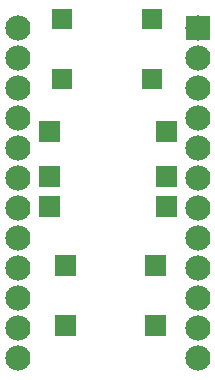
<source format=gbs>
G04 MADE WITH FRITZING*
G04 WWW.FRITZING.ORG*
G04 DOUBLE SIDED*
G04 HOLES PLATED*
G04 CONTOUR ON CENTER OF CONTOUR VECTOR*
%ASAXBY*%
%FSLAX23Y23*%
%MOIN*%
%OFA0B0*%
%SFA1.0B1.0*%
%ADD10C,0.069370*%
%ADD11C,0.084000*%
%ADD12R,0.084000X0.084000*%
%ADD13R,0.001000X0.001000*%
%LNMASK0*%
G90*
G70*
G54D10*
X169Y570D03*
X169Y669D03*
X169Y819D03*
X558Y819D03*
X558Y669D03*
X558Y570D03*
G54D11*
X63Y1165D03*
X63Y1065D03*
X63Y965D03*
X63Y865D03*
X63Y765D03*
X63Y665D03*
X63Y565D03*
X63Y465D03*
X63Y365D03*
X63Y265D03*
X63Y165D03*
X63Y65D03*
X663Y65D03*
X663Y165D03*
X663Y265D03*
X663Y365D03*
X663Y465D03*
X663Y565D03*
X663Y665D03*
X663Y765D03*
X663Y865D03*
X663Y965D03*
X663Y1065D03*
X663Y1165D03*
X63Y1165D03*
X63Y1065D03*
X63Y965D03*
X63Y865D03*
X63Y765D03*
X63Y665D03*
X63Y565D03*
X63Y465D03*
X63Y365D03*
X63Y265D03*
X63Y165D03*
X63Y65D03*
X663Y65D03*
X663Y165D03*
X663Y265D03*
X663Y365D03*
X663Y465D03*
X663Y565D03*
X663Y665D03*
X663Y765D03*
X663Y865D03*
X663Y965D03*
X663Y1065D03*
X663Y1165D03*
G54D10*
X222Y373D03*
X522Y373D03*
X222Y173D03*
X522Y173D03*
X211Y1195D03*
X511Y1195D03*
X211Y995D03*
X511Y995D03*
G54D12*
X663Y1165D03*
X663Y1165D03*
G54D13*
X177Y1230D02*
X245Y1230D01*
X477Y1230D02*
X545Y1230D01*
X177Y1229D02*
X245Y1229D01*
X477Y1229D02*
X545Y1229D01*
X177Y1228D02*
X245Y1228D01*
X477Y1228D02*
X545Y1228D01*
X177Y1227D02*
X245Y1227D01*
X477Y1227D02*
X545Y1227D01*
X177Y1226D02*
X245Y1226D01*
X477Y1226D02*
X545Y1226D01*
X177Y1225D02*
X245Y1225D01*
X477Y1225D02*
X545Y1225D01*
X177Y1224D02*
X245Y1224D01*
X477Y1224D02*
X545Y1224D01*
X177Y1223D02*
X245Y1223D01*
X477Y1223D02*
X545Y1223D01*
X177Y1222D02*
X245Y1222D01*
X477Y1222D02*
X545Y1222D01*
X177Y1221D02*
X245Y1221D01*
X477Y1221D02*
X545Y1221D01*
X177Y1220D02*
X245Y1220D01*
X477Y1220D02*
X545Y1220D01*
X177Y1219D02*
X245Y1219D01*
X477Y1219D02*
X545Y1219D01*
X177Y1218D02*
X245Y1218D01*
X477Y1218D02*
X545Y1218D01*
X177Y1217D02*
X245Y1217D01*
X477Y1217D02*
X545Y1217D01*
X177Y1216D02*
X245Y1216D01*
X477Y1216D02*
X545Y1216D01*
X177Y1215D02*
X245Y1215D01*
X477Y1215D02*
X545Y1215D01*
X177Y1214D02*
X245Y1214D01*
X477Y1214D02*
X545Y1214D01*
X177Y1213D02*
X245Y1213D01*
X477Y1213D02*
X545Y1213D01*
X177Y1212D02*
X245Y1212D01*
X477Y1212D02*
X545Y1212D01*
X177Y1211D02*
X245Y1211D01*
X477Y1211D02*
X545Y1211D01*
X177Y1210D02*
X207Y1210D01*
X215Y1210D02*
X245Y1210D01*
X477Y1210D02*
X507Y1210D01*
X515Y1210D02*
X545Y1210D01*
X177Y1209D02*
X204Y1209D01*
X218Y1209D02*
X245Y1209D01*
X477Y1209D02*
X504Y1209D01*
X518Y1209D02*
X545Y1209D01*
X177Y1208D02*
X203Y1208D01*
X220Y1208D02*
X245Y1208D01*
X477Y1208D02*
X502Y1208D01*
X520Y1208D02*
X545Y1208D01*
X177Y1207D02*
X201Y1207D01*
X221Y1207D02*
X245Y1207D01*
X477Y1207D02*
X501Y1207D01*
X521Y1207D02*
X545Y1207D01*
X177Y1206D02*
X200Y1206D01*
X222Y1206D02*
X245Y1206D01*
X477Y1206D02*
X500Y1206D01*
X522Y1206D02*
X545Y1206D01*
X177Y1205D02*
X199Y1205D01*
X223Y1205D02*
X245Y1205D01*
X477Y1205D02*
X499Y1205D01*
X523Y1205D02*
X545Y1205D01*
X177Y1204D02*
X199Y1204D01*
X224Y1204D02*
X245Y1204D01*
X477Y1204D02*
X498Y1204D01*
X524Y1204D02*
X545Y1204D01*
X177Y1203D02*
X198Y1203D01*
X225Y1203D02*
X245Y1203D01*
X477Y1203D02*
X498Y1203D01*
X524Y1203D02*
X545Y1203D01*
X177Y1202D02*
X197Y1202D01*
X225Y1202D02*
X245Y1202D01*
X477Y1202D02*
X497Y1202D01*
X525Y1202D02*
X545Y1202D01*
X177Y1201D02*
X197Y1201D01*
X225Y1201D02*
X245Y1201D01*
X477Y1201D02*
X497Y1201D01*
X525Y1201D02*
X545Y1201D01*
X177Y1200D02*
X197Y1200D01*
X226Y1200D02*
X245Y1200D01*
X477Y1200D02*
X497Y1200D01*
X526Y1200D02*
X545Y1200D01*
X177Y1199D02*
X196Y1199D01*
X226Y1199D02*
X245Y1199D01*
X477Y1199D02*
X496Y1199D01*
X526Y1199D02*
X545Y1199D01*
X177Y1198D02*
X196Y1198D01*
X226Y1198D02*
X245Y1198D01*
X477Y1198D02*
X496Y1198D01*
X526Y1198D02*
X545Y1198D01*
X177Y1197D02*
X196Y1197D01*
X226Y1197D02*
X245Y1197D01*
X477Y1197D02*
X496Y1197D01*
X526Y1197D02*
X545Y1197D01*
X177Y1196D02*
X196Y1196D01*
X226Y1196D02*
X245Y1196D01*
X477Y1196D02*
X496Y1196D01*
X526Y1196D02*
X545Y1196D01*
X177Y1195D02*
X196Y1195D01*
X226Y1195D02*
X245Y1195D01*
X477Y1195D02*
X496Y1195D01*
X526Y1195D02*
X545Y1195D01*
X177Y1194D02*
X196Y1194D01*
X226Y1194D02*
X245Y1194D01*
X477Y1194D02*
X496Y1194D01*
X526Y1194D02*
X545Y1194D01*
X177Y1193D02*
X196Y1193D01*
X226Y1193D02*
X245Y1193D01*
X477Y1193D02*
X496Y1193D01*
X526Y1193D02*
X545Y1193D01*
X177Y1192D02*
X197Y1192D01*
X226Y1192D02*
X245Y1192D01*
X477Y1192D02*
X496Y1192D01*
X526Y1192D02*
X545Y1192D01*
X177Y1191D02*
X197Y1191D01*
X226Y1191D02*
X245Y1191D01*
X477Y1191D02*
X497Y1191D01*
X526Y1191D02*
X545Y1191D01*
X177Y1190D02*
X197Y1190D01*
X225Y1190D02*
X245Y1190D01*
X477Y1190D02*
X497Y1190D01*
X525Y1190D02*
X545Y1190D01*
X177Y1189D02*
X198Y1189D01*
X225Y1189D02*
X245Y1189D01*
X477Y1189D02*
X498Y1189D01*
X525Y1189D02*
X545Y1189D01*
X177Y1188D02*
X198Y1188D01*
X224Y1188D02*
X245Y1188D01*
X477Y1188D02*
X498Y1188D01*
X524Y1188D02*
X545Y1188D01*
X177Y1187D02*
X199Y1187D01*
X223Y1187D02*
X245Y1187D01*
X477Y1187D02*
X499Y1187D01*
X523Y1187D02*
X545Y1187D01*
X177Y1186D02*
X200Y1186D01*
X223Y1186D02*
X245Y1186D01*
X477Y1186D02*
X500Y1186D01*
X523Y1186D02*
X545Y1186D01*
X177Y1185D02*
X201Y1185D01*
X222Y1185D02*
X245Y1185D01*
X477Y1185D02*
X501Y1185D01*
X522Y1185D02*
X545Y1185D01*
X177Y1184D02*
X202Y1184D01*
X220Y1184D02*
X245Y1184D01*
X477Y1184D02*
X502Y1184D01*
X520Y1184D02*
X545Y1184D01*
X177Y1183D02*
X203Y1183D01*
X219Y1183D02*
X245Y1183D01*
X477Y1183D02*
X503Y1183D01*
X519Y1183D02*
X545Y1183D01*
X177Y1182D02*
X205Y1182D01*
X217Y1182D02*
X245Y1182D01*
X477Y1182D02*
X505Y1182D01*
X517Y1182D02*
X545Y1182D01*
X177Y1181D02*
X245Y1181D01*
X477Y1181D02*
X545Y1181D01*
X177Y1180D02*
X245Y1180D01*
X477Y1180D02*
X545Y1180D01*
X177Y1179D02*
X245Y1179D01*
X477Y1179D02*
X545Y1179D01*
X177Y1178D02*
X245Y1178D01*
X477Y1178D02*
X545Y1178D01*
X177Y1177D02*
X245Y1177D01*
X477Y1177D02*
X545Y1177D01*
X177Y1176D02*
X245Y1176D01*
X477Y1176D02*
X545Y1176D01*
X177Y1175D02*
X245Y1175D01*
X477Y1175D02*
X545Y1175D01*
X177Y1174D02*
X245Y1174D01*
X477Y1174D02*
X545Y1174D01*
X177Y1173D02*
X245Y1173D01*
X477Y1173D02*
X545Y1173D01*
X177Y1172D02*
X245Y1172D01*
X477Y1172D02*
X545Y1172D01*
X177Y1171D02*
X245Y1171D01*
X477Y1171D02*
X545Y1171D01*
X177Y1170D02*
X245Y1170D01*
X477Y1170D02*
X545Y1170D01*
X177Y1169D02*
X245Y1169D01*
X477Y1169D02*
X545Y1169D01*
X177Y1168D02*
X245Y1168D01*
X477Y1168D02*
X545Y1168D01*
X177Y1167D02*
X245Y1167D01*
X477Y1167D02*
X545Y1167D01*
X177Y1166D02*
X245Y1166D01*
X477Y1166D02*
X545Y1166D01*
X177Y1165D02*
X245Y1165D01*
X477Y1165D02*
X545Y1165D01*
X177Y1164D02*
X245Y1164D01*
X477Y1164D02*
X545Y1164D01*
X177Y1163D02*
X245Y1163D01*
X477Y1163D02*
X545Y1163D01*
X177Y1162D02*
X245Y1162D01*
X477Y1162D02*
X545Y1162D01*
X177Y1030D02*
X245Y1030D01*
X477Y1030D02*
X545Y1030D01*
X177Y1029D02*
X245Y1029D01*
X477Y1029D02*
X545Y1029D01*
X177Y1028D02*
X245Y1028D01*
X477Y1028D02*
X545Y1028D01*
X177Y1027D02*
X245Y1027D01*
X477Y1027D02*
X545Y1027D01*
X177Y1026D02*
X245Y1026D01*
X477Y1026D02*
X545Y1026D01*
X177Y1025D02*
X245Y1025D01*
X477Y1025D02*
X545Y1025D01*
X177Y1024D02*
X245Y1024D01*
X477Y1024D02*
X545Y1024D01*
X177Y1023D02*
X245Y1023D01*
X477Y1023D02*
X545Y1023D01*
X177Y1022D02*
X245Y1022D01*
X477Y1022D02*
X545Y1022D01*
X177Y1021D02*
X245Y1021D01*
X477Y1021D02*
X545Y1021D01*
X177Y1020D02*
X245Y1020D01*
X477Y1020D02*
X545Y1020D01*
X177Y1019D02*
X245Y1019D01*
X477Y1019D02*
X545Y1019D01*
X177Y1018D02*
X245Y1018D01*
X477Y1018D02*
X545Y1018D01*
X177Y1017D02*
X245Y1017D01*
X477Y1017D02*
X545Y1017D01*
X177Y1016D02*
X245Y1016D01*
X477Y1016D02*
X545Y1016D01*
X177Y1015D02*
X245Y1015D01*
X477Y1015D02*
X545Y1015D01*
X177Y1014D02*
X245Y1014D01*
X477Y1014D02*
X545Y1014D01*
X177Y1013D02*
X245Y1013D01*
X477Y1013D02*
X545Y1013D01*
X177Y1012D02*
X245Y1012D01*
X477Y1012D02*
X545Y1012D01*
X177Y1011D02*
X245Y1011D01*
X477Y1011D02*
X545Y1011D01*
X177Y1010D02*
X207Y1010D01*
X215Y1010D02*
X245Y1010D01*
X477Y1010D02*
X507Y1010D01*
X515Y1010D02*
X545Y1010D01*
X177Y1009D02*
X204Y1009D01*
X218Y1009D02*
X245Y1009D01*
X477Y1009D02*
X504Y1009D01*
X518Y1009D02*
X545Y1009D01*
X177Y1008D02*
X203Y1008D01*
X220Y1008D02*
X245Y1008D01*
X477Y1008D02*
X502Y1008D01*
X520Y1008D02*
X545Y1008D01*
X177Y1007D02*
X201Y1007D01*
X221Y1007D02*
X245Y1007D01*
X477Y1007D02*
X501Y1007D01*
X521Y1007D02*
X545Y1007D01*
X177Y1006D02*
X200Y1006D01*
X222Y1006D02*
X245Y1006D01*
X477Y1006D02*
X500Y1006D01*
X522Y1006D02*
X545Y1006D01*
X177Y1005D02*
X199Y1005D01*
X223Y1005D02*
X245Y1005D01*
X477Y1005D02*
X499Y1005D01*
X523Y1005D02*
X545Y1005D01*
X177Y1004D02*
X199Y1004D01*
X224Y1004D02*
X245Y1004D01*
X477Y1004D02*
X498Y1004D01*
X524Y1004D02*
X545Y1004D01*
X177Y1003D02*
X198Y1003D01*
X225Y1003D02*
X245Y1003D01*
X477Y1003D02*
X498Y1003D01*
X524Y1003D02*
X545Y1003D01*
X177Y1002D02*
X197Y1002D01*
X225Y1002D02*
X245Y1002D01*
X477Y1002D02*
X497Y1002D01*
X525Y1002D02*
X545Y1002D01*
X177Y1001D02*
X197Y1001D01*
X225Y1001D02*
X245Y1001D01*
X477Y1001D02*
X497Y1001D01*
X525Y1001D02*
X545Y1001D01*
X177Y1000D02*
X197Y1000D01*
X226Y1000D02*
X245Y1000D01*
X477Y1000D02*
X497Y1000D01*
X526Y1000D02*
X545Y1000D01*
X177Y999D02*
X196Y999D01*
X226Y999D02*
X245Y999D01*
X477Y999D02*
X496Y999D01*
X526Y999D02*
X545Y999D01*
X177Y998D02*
X196Y998D01*
X226Y998D02*
X245Y998D01*
X477Y998D02*
X496Y998D01*
X526Y998D02*
X545Y998D01*
X177Y997D02*
X196Y997D01*
X226Y997D02*
X245Y997D01*
X477Y997D02*
X496Y997D01*
X526Y997D02*
X545Y997D01*
X177Y996D02*
X196Y996D01*
X226Y996D02*
X245Y996D01*
X477Y996D02*
X496Y996D01*
X526Y996D02*
X545Y996D01*
X177Y995D02*
X196Y995D01*
X226Y995D02*
X245Y995D01*
X477Y995D02*
X496Y995D01*
X526Y995D02*
X545Y995D01*
X177Y994D02*
X196Y994D01*
X226Y994D02*
X245Y994D01*
X477Y994D02*
X496Y994D01*
X526Y994D02*
X545Y994D01*
X177Y993D02*
X196Y993D01*
X226Y993D02*
X245Y993D01*
X477Y993D02*
X496Y993D01*
X526Y993D02*
X545Y993D01*
X177Y992D02*
X197Y992D01*
X226Y992D02*
X245Y992D01*
X477Y992D02*
X496Y992D01*
X526Y992D02*
X545Y992D01*
X177Y991D02*
X197Y991D01*
X226Y991D02*
X245Y991D01*
X477Y991D02*
X497Y991D01*
X526Y991D02*
X545Y991D01*
X177Y990D02*
X197Y990D01*
X225Y990D02*
X245Y990D01*
X477Y990D02*
X497Y990D01*
X525Y990D02*
X545Y990D01*
X177Y989D02*
X198Y989D01*
X225Y989D02*
X245Y989D01*
X477Y989D02*
X498Y989D01*
X525Y989D02*
X545Y989D01*
X177Y988D02*
X198Y988D01*
X224Y988D02*
X245Y988D01*
X477Y988D02*
X498Y988D01*
X524Y988D02*
X545Y988D01*
X177Y987D02*
X199Y987D01*
X223Y987D02*
X245Y987D01*
X477Y987D02*
X499Y987D01*
X523Y987D02*
X545Y987D01*
X177Y986D02*
X200Y986D01*
X223Y986D02*
X245Y986D01*
X477Y986D02*
X500Y986D01*
X523Y986D02*
X545Y986D01*
X177Y985D02*
X201Y985D01*
X222Y985D02*
X245Y985D01*
X477Y985D02*
X501Y985D01*
X522Y985D02*
X545Y985D01*
X177Y984D02*
X202Y984D01*
X220Y984D02*
X245Y984D01*
X477Y984D02*
X502Y984D01*
X520Y984D02*
X545Y984D01*
X177Y983D02*
X203Y983D01*
X219Y983D02*
X245Y983D01*
X477Y983D02*
X503Y983D01*
X519Y983D02*
X545Y983D01*
X177Y982D02*
X205Y982D01*
X217Y982D02*
X245Y982D01*
X477Y982D02*
X505Y982D01*
X517Y982D02*
X545Y982D01*
X177Y981D02*
X245Y981D01*
X477Y981D02*
X545Y981D01*
X177Y980D02*
X245Y980D01*
X477Y980D02*
X545Y980D01*
X177Y979D02*
X245Y979D01*
X477Y979D02*
X545Y979D01*
X177Y978D02*
X245Y978D01*
X477Y978D02*
X545Y978D01*
X177Y977D02*
X245Y977D01*
X477Y977D02*
X545Y977D01*
X177Y976D02*
X245Y976D01*
X477Y976D02*
X545Y976D01*
X177Y975D02*
X245Y975D01*
X477Y975D02*
X545Y975D01*
X177Y974D02*
X245Y974D01*
X477Y974D02*
X545Y974D01*
X177Y973D02*
X245Y973D01*
X477Y973D02*
X545Y973D01*
X177Y972D02*
X245Y972D01*
X477Y972D02*
X545Y972D01*
X177Y971D02*
X245Y971D01*
X477Y971D02*
X545Y971D01*
X177Y970D02*
X245Y970D01*
X477Y970D02*
X545Y970D01*
X177Y969D02*
X245Y969D01*
X477Y969D02*
X545Y969D01*
X177Y968D02*
X245Y968D01*
X477Y968D02*
X545Y968D01*
X177Y967D02*
X245Y967D01*
X477Y967D02*
X545Y967D01*
X177Y966D02*
X245Y966D01*
X477Y966D02*
X545Y966D01*
X177Y965D02*
X245Y965D01*
X477Y965D02*
X545Y965D01*
X177Y964D02*
X245Y964D01*
X477Y964D02*
X545Y964D01*
X177Y963D02*
X245Y963D01*
X477Y963D02*
X545Y963D01*
X177Y962D02*
X245Y962D01*
X477Y962D02*
X545Y962D01*
X135Y854D02*
X203Y854D01*
X525Y854D02*
X593Y854D01*
X135Y853D02*
X203Y853D01*
X524Y853D02*
X593Y853D01*
X135Y852D02*
X203Y852D01*
X524Y852D02*
X593Y852D01*
X135Y851D02*
X203Y851D01*
X524Y851D02*
X593Y851D01*
X135Y850D02*
X203Y850D01*
X524Y850D02*
X593Y850D01*
X135Y849D02*
X203Y849D01*
X524Y849D02*
X593Y849D01*
X135Y848D02*
X203Y848D01*
X524Y848D02*
X593Y848D01*
X135Y847D02*
X203Y847D01*
X524Y847D02*
X593Y847D01*
X135Y846D02*
X203Y846D01*
X524Y846D02*
X593Y846D01*
X135Y845D02*
X203Y845D01*
X524Y845D02*
X593Y845D01*
X135Y844D02*
X203Y844D01*
X524Y844D02*
X593Y844D01*
X135Y843D02*
X203Y843D01*
X524Y843D02*
X593Y843D01*
X135Y842D02*
X203Y842D01*
X524Y842D02*
X593Y842D01*
X135Y841D02*
X203Y841D01*
X524Y841D02*
X593Y841D01*
X135Y840D02*
X203Y840D01*
X524Y840D02*
X593Y840D01*
X135Y839D02*
X203Y839D01*
X524Y839D02*
X593Y839D01*
X135Y838D02*
X203Y838D01*
X524Y838D02*
X593Y838D01*
X135Y837D02*
X203Y837D01*
X524Y837D02*
X593Y837D01*
X135Y836D02*
X203Y836D01*
X524Y836D02*
X593Y836D01*
X135Y835D02*
X203Y835D01*
X524Y835D02*
X593Y835D01*
X135Y834D02*
X166Y834D01*
X172Y834D02*
X203Y834D01*
X524Y834D02*
X556Y834D01*
X561Y834D02*
X593Y834D01*
X135Y833D02*
X163Y833D01*
X175Y833D02*
X203Y833D01*
X524Y833D02*
X552Y833D01*
X565Y833D02*
X593Y833D01*
X135Y832D02*
X161Y832D01*
X177Y832D02*
X203Y832D01*
X524Y832D02*
X550Y832D01*
X567Y832D02*
X593Y832D01*
X135Y831D02*
X159Y831D01*
X179Y831D02*
X203Y831D01*
X524Y831D02*
X549Y831D01*
X568Y831D02*
X593Y831D01*
X135Y830D02*
X158Y830D01*
X180Y830D02*
X203Y830D01*
X524Y830D02*
X548Y830D01*
X569Y830D02*
X593Y830D01*
X135Y829D02*
X157Y829D01*
X181Y829D02*
X203Y829D01*
X524Y829D02*
X547Y829D01*
X570Y829D02*
X593Y829D01*
X135Y828D02*
X157Y828D01*
X181Y828D02*
X203Y828D01*
X524Y828D02*
X546Y828D01*
X571Y828D02*
X593Y828D01*
X135Y827D02*
X156Y827D01*
X182Y827D02*
X203Y827D01*
X524Y827D02*
X546Y827D01*
X572Y827D02*
X593Y827D01*
X135Y826D02*
X155Y826D01*
X183Y826D02*
X203Y826D01*
X524Y826D02*
X545Y826D01*
X572Y826D02*
X593Y826D01*
X135Y825D02*
X155Y825D01*
X183Y825D02*
X203Y825D01*
X524Y825D02*
X544Y825D01*
X573Y825D02*
X593Y825D01*
X135Y824D02*
X155Y824D01*
X184Y824D02*
X203Y824D01*
X524Y824D02*
X544Y824D01*
X573Y824D02*
X593Y824D01*
X135Y823D02*
X154Y823D01*
X184Y823D02*
X203Y823D01*
X524Y823D02*
X544Y823D01*
X573Y823D02*
X593Y823D01*
X135Y822D02*
X154Y822D01*
X184Y822D02*
X203Y822D01*
X524Y822D02*
X544Y822D01*
X574Y822D02*
X593Y822D01*
X135Y821D02*
X154Y821D01*
X184Y821D02*
X203Y821D01*
X524Y821D02*
X544Y821D01*
X574Y821D02*
X593Y821D01*
X135Y820D02*
X154Y820D01*
X184Y820D02*
X203Y820D01*
X524Y820D02*
X544Y820D01*
X574Y820D02*
X593Y820D01*
X135Y819D02*
X154Y819D01*
X184Y819D02*
X203Y819D01*
X524Y819D02*
X544Y819D01*
X574Y819D02*
X593Y819D01*
X135Y818D02*
X154Y818D01*
X184Y818D02*
X203Y818D01*
X524Y818D02*
X544Y818D01*
X574Y818D02*
X593Y818D01*
X135Y817D02*
X154Y817D01*
X184Y817D02*
X203Y817D01*
X524Y817D02*
X544Y817D01*
X574Y817D02*
X593Y817D01*
X135Y816D02*
X154Y816D01*
X184Y816D02*
X203Y816D01*
X524Y816D02*
X544Y816D01*
X573Y816D02*
X593Y816D01*
X135Y815D02*
X155Y815D01*
X184Y815D02*
X203Y815D01*
X524Y815D02*
X544Y815D01*
X573Y815D02*
X593Y815D01*
X135Y814D02*
X155Y814D01*
X183Y814D02*
X203Y814D01*
X524Y814D02*
X544Y814D01*
X573Y814D02*
X593Y814D01*
X135Y813D02*
X155Y813D01*
X183Y813D02*
X203Y813D01*
X524Y813D02*
X545Y813D01*
X572Y813D02*
X593Y813D01*
X135Y812D02*
X156Y812D01*
X182Y812D02*
X203Y812D01*
X524Y812D02*
X546Y812D01*
X572Y812D02*
X593Y812D01*
X135Y811D02*
X157Y811D01*
X181Y811D02*
X203Y811D01*
X524Y811D02*
X546Y811D01*
X571Y811D02*
X593Y811D01*
X135Y810D02*
X157Y810D01*
X181Y810D02*
X203Y810D01*
X524Y810D02*
X547Y810D01*
X570Y810D02*
X593Y810D01*
X135Y809D02*
X158Y809D01*
X180Y809D02*
X203Y809D01*
X524Y809D02*
X548Y809D01*
X569Y809D02*
X593Y809D01*
X135Y808D02*
X159Y808D01*
X179Y808D02*
X203Y808D01*
X524Y808D02*
X549Y808D01*
X568Y808D02*
X593Y808D01*
X135Y807D02*
X161Y807D01*
X177Y807D02*
X203Y807D01*
X524Y807D02*
X550Y807D01*
X567Y807D02*
X593Y807D01*
X135Y806D02*
X163Y806D01*
X175Y806D02*
X203Y806D01*
X524Y806D02*
X552Y806D01*
X565Y806D02*
X593Y806D01*
X135Y805D02*
X166Y805D01*
X172Y805D02*
X203Y805D01*
X524Y805D02*
X556Y805D01*
X561Y805D02*
X593Y805D01*
X135Y804D02*
X203Y804D01*
X524Y804D02*
X593Y804D01*
X135Y803D02*
X203Y803D01*
X524Y803D02*
X593Y803D01*
X135Y802D02*
X203Y802D01*
X524Y802D02*
X593Y802D01*
X135Y801D02*
X203Y801D01*
X524Y801D02*
X593Y801D01*
X135Y800D02*
X203Y800D01*
X524Y800D02*
X593Y800D01*
X135Y799D02*
X203Y799D01*
X524Y799D02*
X593Y799D01*
X135Y798D02*
X203Y798D01*
X524Y798D02*
X593Y798D01*
X135Y797D02*
X203Y797D01*
X524Y797D02*
X593Y797D01*
X135Y796D02*
X203Y796D01*
X524Y796D02*
X593Y796D01*
X135Y795D02*
X203Y795D01*
X524Y795D02*
X593Y795D01*
X135Y794D02*
X203Y794D01*
X524Y794D02*
X593Y794D01*
X135Y793D02*
X203Y793D01*
X524Y793D02*
X593Y793D01*
X135Y792D02*
X203Y792D01*
X524Y792D02*
X593Y792D01*
X135Y791D02*
X203Y791D01*
X524Y791D02*
X593Y791D01*
X135Y790D02*
X203Y790D01*
X524Y790D02*
X593Y790D01*
X135Y789D02*
X203Y789D01*
X524Y789D02*
X593Y789D01*
X135Y788D02*
X203Y788D01*
X524Y788D02*
X593Y788D01*
X135Y787D02*
X203Y787D01*
X524Y787D02*
X593Y787D01*
X135Y786D02*
X203Y786D01*
X524Y786D02*
X593Y786D01*
X135Y785D02*
X203Y785D01*
X525Y785D02*
X593Y785D01*
X135Y704D02*
X203Y704D01*
X524Y704D02*
X593Y704D01*
X135Y703D02*
X203Y703D01*
X524Y703D02*
X593Y703D01*
X135Y702D02*
X203Y702D01*
X524Y702D02*
X593Y702D01*
X135Y701D02*
X203Y701D01*
X524Y701D02*
X593Y701D01*
X135Y700D02*
X203Y700D01*
X524Y700D02*
X593Y700D01*
X135Y699D02*
X203Y699D01*
X524Y699D02*
X593Y699D01*
X135Y698D02*
X203Y698D01*
X524Y698D02*
X593Y698D01*
X135Y697D02*
X203Y697D01*
X524Y697D02*
X593Y697D01*
X135Y696D02*
X203Y696D01*
X524Y696D02*
X593Y696D01*
X135Y695D02*
X203Y695D01*
X524Y695D02*
X593Y695D01*
X135Y694D02*
X203Y694D01*
X524Y694D02*
X593Y694D01*
X135Y693D02*
X203Y693D01*
X524Y693D02*
X593Y693D01*
X135Y692D02*
X203Y692D01*
X524Y692D02*
X593Y692D01*
X135Y691D02*
X203Y691D01*
X524Y691D02*
X593Y691D01*
X135Y690D02*
X203Y690D01*
X524Y690D02*
X593Y690D01*
X135Y689D02*
X203Y689D01*
X524Y689D02*
X593Y689D01*
X135Y688D02*
X203Y688D01*
X524Y688D02*
X593Y688D01*
X135Y687D02*
X203Y687D01*
X524Y687D02*
X593Y687D01*
X135Y686D02*
X203Y686D01*
X524Y686D02*
X593Y686D01*
X135Y685D02*
X203Y685D01*
X524Y685D02*
X593Y685D01*
X135Y684D02*
X164Y684D01*
X174Y684D02*
X203Y684D01*
X524Y684D02*
X554Y684D01*
X563Y684D02*
X593Y684D01*
X135Y683D02*
X162Y683D01*
X176Y683D02*
X203Y683D01*
X524Y683D02*
X551Y683D01*
X566Y683D02*
X593Y683D01*
X135Y682D02*
X160Y682D01*
X178Y682D02*
X203Y682D01*
X524Y682D02*
X550Y682D01*
X568Y682D02*
X593Y682D01*
X135Y681D02*
X159Y681D01*
X179Y681D02*
X203Y681D01*
X524Y681D02*
X549Y681D01*
X569Y681D02*
X593Y681D01*
X135Y680D02*
X158Y680D01*
X180Y680D02*
X203Y680D01*
X524Y680D02*
X548Y680D01*
X570Y680D02*
X593Y680D01*
X135Y679D02*
X157Y679D01*
X181Y679D02*
X203Y679D01*
X524Y679D02*
X547Y679D01*
X571Y679D02*
X593Y679D01*
X135Y678D02*
X156Y678D01*
X182Y678D02*
X203Y678D01*
X524Y678D02*
X546Y678D01*
X571Y678D02*
X593Y678D01*
X135Y677D02*
X156Y677D01*
X182Y677D02*
X203Y677D01*
X524Y677D02*
X545Y677D01*
X572Y677D02*
X593Y677D01*
X135Y676D02*
X155Y676D01*
X183Y676D02*
X203Y676D01*
X524Y676D02*
X545Y676D01*
X573Y676D02*
X593Y676D01*
X135Y675D02*
X155Y675D01*
X183Y675D02*
X203Y675D01*
X524Y675D02*
X544Y675D01*
X573Y675D02*
X593Y675D01*
X135Y674D02*
X154Y674D01*
X184Y674D02*
X203Y674D01*
X524Y674D02*
X544Y674D01*
X573Y674D02*
X593Y674D01*
X135Y673D02*
X154Y673D01*
X184Y673D02*
X203Y673D01*
X524Y673D02*
X544Y673D01*
X574Y673D02*
X593Y673D01*
X135Y672D02*
X154Y672D01*
X184Y672D02*
X203Y672D01*
X524Y672D02*
X544Y672D01*
X574Y672D02*
X593Y672D01*
X135Y671D02*
X154Y671D01*
X184Y671D02*
X203Y671D01*
X524Y671D02*
X544Y671D01*
X574Y671D02*
X593Y671D01*
X135Y670D02*
X154Y670D01*
X184Y670D02*
X203Y670D01*
X524Y670D02*
X544Y670D01*
X574Y670D02*
X593Y670D01*
X135Y669D02*
X154Y669D01*
X184Y669D02*
X203Y669D01*
X524Y669D02*
X544Y669D01*
X574Y669D02*
X593Y669D01*
X135Y668D02*
X154Y668D01*
X184Y668D02*
X203Y668D01*
X524Y668D02*
X544Y668D01*
X574Y668D02*
X593Y668D01*
X135Y667D02*
X154Y667D01*
X184Y667D02*
X203Y667D01*
X524Y667D02*
X544Y667D01*
X574Y667D02*
X593Y667D01*
X135Y666D02*
X154Y666D01*
X184Y666D02*
X203Y666D01*
X524Y666D02*
X544Y666D01*
X573Y666D02*
X593Y666D01*
X135Y665D02*
X155Y665D01*
X183Y665D02*
X203Y665D01*
X524Y665D02*
X544Y665D01*
X573Y665D02*
X593Y665D01*
X135Y664D02*
X155Y664D01*
X183Y664D02*
X203Y664D01*
X524Y664D02*
X545Y664D01*
X573Y664D02*
X593Y664D01*
X135Y663D02*
X156Y663D01*
X182Y663D02*
X203Y663D01*
X524Y663D02*
X545Y663D01*
X572Y663D02*
X593Y663D01*
X135Y662D02*
X156Y662D01*
X182Y662D02*
X203Y662D01*
X524Y662D02*
X546Y662D01*
X572Y662D02*
X593Y662D01*
X135Y661D02*
X157Y661D01*
X181Y661D02*
X203Y661D01*
X524Y661D02*
X547Y661D01*
X571Y661D02*
X593Y661D01*
X135Y660D02*
X158Y660D01*
X180Y660D02*
X203Y660D01*
X524Y660D02*
X547Y660D01*
X570Y660D02*
X593Y660D01*
X135Y659D02*
X159Y659D01*
X179Y659D02*
X203Y659D01*
X524Y659D02*
X548Y659D01*
X569Y659D02*
X593Y659D01*
X135Y658D02*
X160Y658D01*
X178Y658D02*
X203Y658D01*
X524Y658D02*
X550Y658D01*
X568Y658D02*
X593Y658D01*
X135Y657D02*
X162Y657D01*
X176Y657D02*
X203Y657D01*
X524Y657D02*
X551Y657D01*
X566Y657D02*
X593Y657D01*
X135Y656D02*
X164Y656D01*
X174Y656D02*
X203Y656D01*
X524Y656D02*
X554Y656D01*
X564Y656D02*
X593Y656D01*
X135Y655D02*
X203Y655D01*
X524Y655D02*
X593Y655D01*
X135Y654D02*
X203Y654D01*
X524Y654D02*
X593Y654D01*
X135Y653D02*
X203Y653D01*
X524Y653D02*
X593Y653D01*
X135Y652D02*
X203Y652D01*
X524Y652D02*
X593Y652D01*
X135Y651D02*
X203Y651D01*
X524Y651D02*
X593Y651D01*
X135Y650D02*
X203Y650D01*
X524Y650D02*
X593Y650D01*
X135Y649D02*
X203Y649D01*
X524Y649D02*
X593Y649D01*
X135Y648D02*
X203Y648D01*
X524Y648D02*
X593Y648D01*
X135Y647D02*
X203Y647D01*
X524Y647D02*
X593Y647D01*
X135Y646D02*
X203Y646D01*
X524Y646D02*
X593Y646D01*
X135Y645D02*
X203Y645D01*
X524Y645D02*
X593Y645D01*
X135Y644D02*
X203Y644D01*
X524Y644D02*
X593Y644D01*
X135Y643D02*
X203Y643D01*
X524Y643D02*
X593Y643D01*
X135Y642D02*
X203Y642D01*
X524Y642D02*
X593Y642D01*
X135Y641D02*
X203Y641D01*
X524Y641D02*
X593Y641D01*
X135Y640D02*
X203Y640D01*
X524Y640D02*
X593Y640D01*
X135Y639D02*
X203Y639D01*
X524Y639D02*
X593Y639D01*
X135Y638D02*
X203Y638D01*
X524Y638D02*
X593Y638D01*
X135Y637D02*
X203Y637D01*
X524Y637D02*
X593Y637D01*
X135Y636D02*
X203Y636D01*
X524Y636D02*
X593Y636D01*
X135Y604D02*
X203Y604D01*
X524Y604D02*
X593Y604D01*
X135Y603D02*
X203Y603D01*
X524Y603D02*
X593Y603D01*
X135Y602D02*
X203Y602D01*
X524Y602D02*
X593Y602D01*
X135Y601D02*
X203Y601D01*
X524Y601D02*
X593Y601D01*
X135Y600D02*
X203Y600D01*
X524Y600D02*
X593Y600D01*
X135Y599D02*
X203Y599D01*
X524Y599D02*
X593Y599D01*
X135Y598D02*
X203Y598D01*
X524Y598D02*
X593Y598D01*
X135Y597D02*
X203Y597D01*
X524Y597D02*
X593Y597D01*
X135Y596D02*
X203Y596D01*
X524Y596D02*
X593Y596D01*
X135Y595D02*
X203Y595D01*
X524Y595D02*
X593Y595D01*
X135Y594D02*
X203Y594D01*
X524Y594D02*
X593Y594D01*
X135Y593D02*
X203Y593D01*
X524Y593D02*
X593Y593D01*
X135Y592D02*
X203Y592D01*
X524Y592D02*
X593Y592D01*
X135Y591D02*
X203Y591D01*
X524Y591D02*
X593Y591D01*
X135Y590D02*
X203Y590D01*
X524Y590D02*
X593Y590D01*
X135Y589D02*
X203Y589D01*
X524Y589D02*
X593Y589D01*
X135Y588D02*
X203Y588D01*
X524Y588D02*
X593Y588D01*
X135Y587D02*
X203Y587D01*
X524Y587D02*
X593Y587D01*
X135Y586D02*
X203Y586D01*
X524Y586D02*
X593Y586D01*
X135Y585D02*
X203Y585D01*
X524Y585D02*
X593Y585D01*
X135Y584D02*
X164Y584D01*
X174Y584D02*
X203Y584D01*
X524Y584D02*
X553Y584D01*
X564Y584D02*
X593Y584D01*
X135Y583D02*
X161Y583D01*
X177Y583D02*
X203Y583D01*
X524Y583D02*
X551Y583D01*
X566Y583D02*
X593Y583D01*
X135Y582D02*
X160Y582D01*
X178Y582D02*
X203Y582D01*
X524Y582D02*
X550Y582D01*
X568Y582D02*
X593Y582D01*
X135Y581D02*
X159Y581D01*
X179Y581D02*
X203Y581D01*
X524Y581D02*
X548Y581D01*
X569Y581D02*
X593Y581D01*
X135Y580D02*
X158Y580D01*
X180Y580D02*
X203Y580D01*
X524Y580D02*
X547Y580D01*
X570Y580D02*
X593Y580D01*
X135Y579D02*
X157Y579D01*
X181Y579D02*
X203Y579D01*
X524Y579D02*
X546Y579D01*
X571Y579D02*
X593Y579D01*
X135Y578D02*
X156Y578D01*
X182Y578D02*
X203Y578D01*
X524Y578D02*
X546Y578D01*
X572Y578D02*
X593Y578D01*
X135Y577D02*
X156Y577D01*
X183Y577D02*
X203Y577D01*
X524Y577D02*
X545Y577D01*
X572Y577D02*
X593Y577D01*
X135Y576D02*
X155Y576D01*
X183Y576D02*
X203Y576D01*
X524Y576D02*
X545Y576D01*
X573Y576D02*
X593Y576D01*
X135Y575D02*
X155Y575D01*
X183Y575D02*
X203Y575D01*
X524Y575D02*
X544Y575D01*
X573Y575D02*
X593Y575D01*
X135Y574D02*
X154Y574D01*
X184Y574D02*
X203Y574D01*
X524Y574D02*
X544Y574D01*
X573Y574D02*
X593Y574D01*
X135Y573D02*
X154Y573D01*
X184Y573D02*
X203Y573D01*
X524Y573D02*
X544Y573D01*
X574Y573D02*
X593Y573D01*
X135Y572D02*
X154Y572D01*
X184Y572D02*
X203Y572D01*
X524Y572D02*
X544Y572D01*
X574Y572D02*
X593Y572D01*
X135Y571D02*
X154Y571D01*
X184Y571D02*
X203Y571D01*
X524Y571D02*
X544Y571D01*
X574Y571D02*
X593Y571D01*
X135Y570D02*
X154Y570D01*
X184Y570D02*
X203Y570D01*
X524Y570D02*
X544Y570D01*
X574Y570D02*
X593Y570D01*
X135Y569D02*
X154Y569D01*
X184Y569D02*
X203Y569D01*
X524Y569D02*
X544Y569D01*
X574Y569D02*
X593Y569D01*
X135Y568D02*
X154Y568D01*
X184Y568D02*
X203Y568D01*
X524Y568D02*
X544Y568D01*
X574Y568D02*
X593Y568D01*
X135Y567D02*
X154Y567D01*
X184Y567D02*
X203Y567D01*
X524Y567D02*
X544Y567D01*
X574Y567D02*
X593Y567D01*
X135Y566D02*
X154Y566D01*
X184Y566D02*
X203Y566D01*
X524Y566D02*
X544Y566D01*
X573Y566D02*
X593Y566D01*
X135Y565D02*
X155Y565D01*
X183Y565D02*
X203Y565D01*
X524Y565D02*
X544Y565D01*
X573Y565D02*
X593Y565D01*
X135Y564D02*
X155Y564D01*
X183Y564D02*
X203Y564D01*
X524Y564D02*
X545Y564D01*
X573Y564D02*
X593Y564D01*
X135Y563D02*
X156Y563D01*
X182Y563D02*
X203Y563D01*
X524Y563D02*
X545Y563D01*
X572Y563D02*
X593Y563D01*
X135Y562D02*
X156Y562D01*
X182Y562D02*
X203Y562D01*
X524Y562D02*
X546Y562D01*
X571Y562D02*
X593Y562D01*
X135Y561D02*
X157Y561D01*
X181Y561D02*
X203Y561D01*
X524Y561D02*
X547Y561D01*
X571Y561D02*
X593Y561D01*
X135Y560D02*
X158Y560D01*
X180Y560D02*
X203Y560D01*
X524Y560D02*
X548Y560D01*
X570Y560D02*
X593Y560D01*
X135Y559D02*
X159Y559D01*
X179Y559D02*
X203Y559D01*
X524Y559D02*
X549Y559D01*
X569Y559D02*
X593Y559D01*
X135Y558D02*
X160Y558D01*
X178Y558D02*
X203Y558D01*
X524Y558D02*
X550Y558D01*
X567Y558D02*
X593Y558D01*
X135Y557D02*
X162Y557D01*
X176Y557D02*
X203Y557D01*
X524Y557D02*
X552Y557D01*
X566Y557D02*
X593Y557D01*
X135Y556D02*
X165Y556D01*
X174Y556D02*
X203Y556D01*
X524Y556D02*
X554Y556D01*
X563Y556D02*
X593Y556D01*
X135Y555D02*
X203Y555D01*
X524Y555D02*
X593Y555D01*
X135Y554D02*
X203Y554D01*
X524Y554D02*
X593Y554D01*
X135Y553D02*
X203Y553D01*
X524Y553D02*
X593Y553D01*
X135Y552D02*
X203Y552D01*
X524Y552D02*
X593Y552D01*
X135Y551D02*
X203Y551D01*
X524Y551D02*
X593Y551D01*
X135Y550D02*
X203Y550D01*
X524Y550D02*
X593Y550D01*
X135Y549D02*
X203Y549D01*
X524Y549D02*
X593Y549D01*
X135Y548D02*
X203Y548D01*
X524Y548D02*
X593Y548D01*
X135Y547D02*
X203Y547D01*
X524Y547D02*
X593Y547D01*
X135Y546D02*
X203Y546D01*
X524Y546D02*
X593Y546D01*
X135Y545D02*
X203Y545D01*
X524Y545D02*
X593Y545D01*
X135Y544D02*
X203Y544D01*
X524Y544D02*
X593Y544D01*
X135Y543D02*
X203Y543D01*
X524Y543D02*
X593Y543D01*
X135Y542D02*
X203Y542D01*
X524Y542D02*
X593Y542D01*
X135Y541D02*
X203Y541D01*
X524Y541D02*
X593Y541D01*
X135Y540D02*
X203Y540D01*
X524Y540D02*
X593Y540D01*
X135Y539D02*
X203Y539D01*
X524Y539D02*
X593Y539D01*
X135Y538D02*
X203Y538D01*
X524Y538D02*
X593Y538D01*
X135Y537D02*
X203Y537D01*
X524Y537D02*
X593Y537D01*
X135Y536D02*
X203Y536D01*
X524Y536D02*
X593Y536D01*
X188Y408D02*
X256Y408D01*
X488Y408D02*
X556Y408D01*
X188Y407D02*
X256Y407D01*
X488Y407D02*
X556Y407D01*
X188Y406D02*
X256Y406D01*
X488Y406D02*
X556Y406D01*
X188Y405D02*
X256Y405D01*
X488Y405D02*
X556Y405D01*
X188Y404D02*
X256Y404D01*
X488Y404D02*
X556Y404D01*
X188Y403D02*
X256Y403D01*
X488Y403D02*
X556Y403D01*
X188Y402D02*
X256Y402D01*
X488Y402D02*
X556Y402D01*
X188Y401D02*
X256Y401D01*
X488Y401D02*
X556Y401D01*
X188Y400D02*
X256Y400D01*
X488Y400D02*
X556Y400D01*
X188Y399D02*
X256Y399D01*
X488Y399D02*
X556Y399D01*
X188Y398D02*
X256Y398D01*
X488Y398D02*
X556Y398D01*
X188Y397D02*
X256Y397D01*
X488Y397D02*
X556Y397D01*
X188Y396D02*
X256Y396D01*
X488Y396D02*
X556Y396D01*
X188Y395D02*
X256Y395D01*
X488Y395D02*
X556Y395D01*
X188Y394D02*
X256Y394D01*
X488Y394D02*
X556Y394D01*
X188Y393D02*
X256Y393D01*
X488Y393D02*
X556Y393D01*
X188Y392D02*
X256Y392D01*
X488Y392D02*
X556Y392D01*
X188Y391D02*
X256Y391D01*
X488Y391D02*
X556Y391D01*
X188Y390D02*
X256Y390D01*
X488Y390D02*
X556Y390D01*
X188Y389D02*
X256Y389D01*
X488Y389D02*
X556Y389D01*
X188Y388D02*
X220Y388D01*
X224Y388D02*
X256Y388D01*
X488Y388D02*
X520Y388D01*
X524Y388D02*
X556Y388D01*
X188Y387D02*
X216Y387D01*
X229Y387D02*
X256Y387D01*
X488Y387D02*
X516Y387D01*
X528Y387D02*
X556Y387D01*
X188Y386D02*
X214Y386D01*
X230Y386D02*
X256Y386D01*
X488Y386D02*
X514Y386D01*
X530Y386D02*
X556Y386D01*
X188Y385D02*
X213Y385D01*
X232Y385D02*
X256Y385D01*
X488Y385D02*
X513Y385D01*
X532Y385D02*
X556Y385D01*
X188Y384D02*
X212Y384D01*
X233Y384D02*
X256Y384D01*
X488Y384D02*
X512Y384D01*
X533Y384D02*
X556Y384D01*
X188Y383D02*
X211Y383D01*
X234Y383D02*
X256Y383D01*
X488Y383D02*
X511Y383D01*
X534Y383D02*
X556Y383D01*
X188Y382D02*
X210Y382D01*
X235Y382D02*
X256Y382D01*
X488Y382D02*
X510Y382D01*
X535Y382D02*
X556Y382D01*
X188Y381D02*
X209Y381D01*
X235Y381D02*
X256Y381D01*
X488Y381D02*
X509Y381D01*
X535Y381D02*
X556Y381D01*
X188Y380D02*
X209Y380D01*
X236Y380D02*
X256Y380D01*
X488Y380D02*
X508Y380D01*
X536Y380D02*
X556Y380D01*
X188Y379D02*
X208Y379D01*
X236Y379D02*
X256Y379D01*
X488Y379D02*
X508Y379D01*
X536Y379D02*
X556Y379D01*
X188Y378D02*
X208Y378D01*
X237Y378D02*
X256Y378D01*
X488Y378D02*
X508Y378D01*
X537Y378D02*
X556Y378D01*
X188Y377D02*
X207Y377D01*
X237Y377D02*
X256Y377D01*
X488Y377D02*
X507Y377D01*
X537Y377D02*
X556Y377D01*
X188Y376D02*
X207Y376D01*
X237Y376D02*
X256Y376D01*
X488Y376D02*
X507Y376D01*
X537Y376D02*
X556Y376D01*
X188Y375D02*
X207Y375D01*
X237Y375D02*
X256Y375D01*
X488Y375D02*
X507Y375D01*
X537Y375D02*
X556Y375D01*
X188Y374D02*
X207Y374D01*
X237Y374D02*
X256Y374D01*
X488Y374D02*
X507Y374D01*
X537Y374D02*
X556Y374D01*
X188Y373D02*
X207Y373D01*
X237Y373D02*
X256Y373D01*
X488Y373D02*
X507Y373D01*
X537Y373D02*
X556Y373D01*
X188Y372D02*
X207Y372D01*
X237Y372D02*
X256Y372D01*
X488Y372D02*
X507Y372D01*
X537Y372D02*
X556Y372D01*
X188Y371D02*
X207Y371D01*
X237Y371D02*
X256Y371D01*
X488Y371D02*
X507Y371D01*
X537Y371D02*
X556Y371D01*
X188Y370D02*
X207Y370D01*
X237Y370D02*
X256Y370D01*
X488Y370D02*
X507Y370D01*
X537Y370D02*
X556Y370D01*
X188Y369D02*
X208Y369D01*
X237Y369D02*
X256Y369D01*
X488Y369D02*
X508Y369D01*
X537Y369D02*
X556Y369D01*
X188Y368D02*
X208Y368D01*
X236Y368D02*
X256Y368D01*
X488Y368D02*
X508Y368D01*
X536Y368D02*
X556Y368D01*
X188Y367D02*
X209Y367D01*
X236Y367D02*
X256Y367D01*
X488Y367D02*
X508Y367D01*
X536Y367D02*
X556Y367D01*
X188Y366D02*
X209Y366D01*
X235Y366D02*
X256Y366D01*
X488Y366D02*
X509Y366D01*
X535Y366D02*
X556Y366D01*
X188Y365D02*
X210Y365D01*
X235Y365D02*
X256Y365D01*
X488Y365D02*
X510Y365D01*
X535Y365D02*
X556Y365D01*
X188Y364D02*
X211Y364D01*
X234Y364D02*
X256Y364D01*
X488Y364D02*
X510Y364D01*
X534Y364D02*
X556Y364D01*
X188Y363D02*
X211Y363D01*
X233Y363D02*
X256Y363D01*
X488Y363D02*
X511Y363D01*
X533Y363D02*
X556Y363D01*
X188Y362D02*
X213Y362D01*
X232Y362D02*
X256Y362D01*
X488Y362D02*
X513Y362D01*
X532Y362D02*
X556Y362D01*
X188Y361D02*
X214Y361D01*
X231Y361D02*
X256Y361D01*
X488Y361D02*
X514Y361D01*
X530Y361D02*
X556Y361D01*
X188Y360D02*
X216Y360D01*
X229Y360D02*
X256Y360D01*
X488Y360D02*
X516Y360D01*
X529Y360D02*
X556Y360D01*
X188Y359D02*
X219Y359D01*
X225Y359D02*
X256Y359D01*
X488Y359D02*
X519Y359D01*
X525Y359D02*
X556Y359D01*
X188Y358D02*
X256Y358D01*
X488Y358D02*
X556Y358D01*
X188Y357D02*
X256Y357D01*
X488Y357D02*
X556Y357D01*
X188Y356D02*
X256Y356D01*
X488Y356D02*
X556Y356D01*
X188Y355D02*
X256Y355D01*
X488Y355D02*
X556Y355D01*
X188Y354D02*
X256Y354D01*
X488Y354D02*
X556Y354D01*
X188Y353D02*
X256Y353D01*
X488Y353D02*
X556Y353D01*
X188Y352D02*
X256Y352D01*
X488Y352D02*
X556Y352D01*
X188Y351D02*
X256Y351D01*
X488Y351D02*
X556Y351D01*
X188Y350D02*
X256Y350D01*
X488Y350D02*
X556Y350D01*
X188Y349D02*
X256Y349D01*
X488Y349D02*
X556Y349D01*
X188Y348D02*
X256Y348D01*
X488Y348D02*
X556Y348D01*
X188Y347D02*
X256Y347D01*
X488Y347D02*
X556Y347D01*
X188Y346D02*
X256Y346D01*
X488Y346D02*
X556Y346D01*
X188Y345D02*
X256Y345D01*
X488Y345D02*
X556Y345D01*
X188Y344D02*
X256Y344D01*
X488Y344D02*
X556Y344D01*
X188Y343D02*
X256Y343D01*
X488Y343D02*
X556Y343D01*
X188Y342D02*
X256Y342D01*
X488Y342D02*
X556Y342D01*
X188Y341D02*
X256Y341D01*
X488Y341D02*
X556Y341D01*
X188Y340D02*
X256Y340D01*
X488Y340D02*
X556Y340D01*
X188Y339D02*
X256Y339D01*
X488Y339D02*
X556Y339D01*
X188Y208D02*
X256Y208D01*
X488Y208D02*
X556Y208D01*
X188Y207D02*
X256Y207D01*
X488Y207D02*
X556Y207D01*
X188Y206D02*
X256Y206D01*
X488Y206D02*
X556Y206D01*
X188Y205D02*
X256Y205D01*
X488Y205D02*
X556Y205D01*
X188Y204D02*
X256Y204D01*
X488Y204D02*
X556Y204D01*
X188Y203D02*
X256Y203D01*
X488Y203D02*
X556Y203D01*
X188Y202D02*
X256Y202D01*
X488Y202D02*
X556Y202D01*
X188Y201D02*
X256Y201D01*
X488Y201D02*
X556Y201D01*
X188Y200D02*
X256Y200D01*
X488Y200D02*
X556Y200D01*
X188Y199D02*
X256Y199D01*
X488Y199D02*
X556Y199D01*
X188Y198D02*
X256Y198D01*
X488Y198D02*
X556Y198D01*
X188Y197D02*
X256Y197D01*
X488Y197D02*
X556Y197D01*
X188Y196D02*
X256Y196D01*
X488Y196D02*
X556Y196D01*
X188Y195D02*
X256Y195D01*
X488Y195D02*
X556Y195D01*
X188Y194D02*
X256Y194D01*
X488Y194D02*
X556Y194D01*
X188Y193D02*
X256Y193D01*
X488Y193D02*
X556Y193D01*
X188Y192D02*
X256Y192D01*
X488Y192D02*
X556Y192D01*
X188Y191D02*
X256Y191D01*
X488Y191D02*
X556Y191D01*
X188Y190D02*
X256Y190D01*
X488Y190D02*
X556Y190D01*
X188Y189D02*
X256Y189D01*
X488Y189D02*
X556Y189D01*
X188Y188D02*
X220Y188D01*
X224Y188D02*
X256Y188D01*
X488Y188D02*
X520Y188D01*
X524Y188D02*
X556Y188D01*
X188Y187D02*
X216Y187D01*
X229Y187D02*
X256Y187D01*
X488Y187D02*
X516Y187D01*
X528Y187D02*
X556Y187D01*
X188Y186D02*
X214Y186D01*
X230Y186D02*
X256Y186D01*
X488Y186D02*
X514Y186D01*
X530Y186D02*
X556Y186D01*
X188Y185D02*
X213Y185D01*
X232Y185D02*
X256Y185D01*
X488Y185D02*
X513Y185D01*
X532Y185D02*
X556Y185D01*
X188Y184D02*
X212Y184D01*
X233Y184D02*
X256Y184D01*
X488Y184D02*
X512Y184D01*
X533Y184D02*
X556Y184D01*
X188Y183D02*
X211Y183D01*
X234Y183D02*
X256Y183D01*
X488Y183D02*
X511Y183D01*
X534Y183D02*
X556Y183D01*
X188Y182D02*
X210Y182D01*
X235Y182D02*
X256Y182D01*
X488Y182D02*
X510Y182D01*
X535Y182D02*
X556Y182D01*
X188Y181D02*
X209Y181D01*
X235Y181D02*
X256Y181D01*
X488Y181D02*
X509Y181D01*
X535Y181D02*
X556Y181D01*
X188Y180D02*
X209Y180D01*
X236Y180D02*
X256Y180D01*
X488Y180D02*
X508Y180D01*
X536Y180D02*
X556Y180D01*
X188Y179D02*
X208Y179D01*
X236Y179D02*
X256Y179D01*
X488Y179D02*
X508Y179D01*
X536Y179D02*
X556Y179D01*
X188Y178D02*
X208Y178D01*
X237Y178D02*
X256Y178D01*
X488Y178D02*
X508Y178D01*
X537Y178D02*
X556Y178D01*
X188Y177D02*
X207Y177D01*
X237Y177D02*
X256Y177D01*
X488Y177D02*
X507Y177D01*
X537Y177D02*
X556Y177D01*
X188Y176D02*
X207Y176D01*
X237Y176D02*
X256Y176D01*
X488Y176D02*
X507Y176D01*
X537Y176D02*
X556Y176D01*
X188Y175D02*
X207Y175D01*
X237Y175D02*
X256Y175D01*
X488Y175D02*
X507Y175D01*
X537Y175D02*
X556Y175D01*
X188Y174D02*
X207Y174D01*
X237Y174D02*
X256Y174D01*
X488Y174D02*
X507Y174D01*
X537Y174D02*
X556Y174D01*
X188Y173D02*
X207Y173D01*
X237Y173D02*
X256Y173D01*
X488Y173D02*
X507Y173D01*
X537Y173D02*
X556Y173D01*
X188Y172D02*
X207Y172D01*
X237Y172D02*
X256Y172D01*
X488Y172D02*
X507Y172D01*
X537Y172D02*
X556Y172D01*
X188Y171D02*
X207Y171D01*
X237Y171D02*
X256Y171D01*
X488Y171D02*
X507Y171D01*
X537Y171D02*
X556Y171D01*
X188Y170D02*
X207Y170D01*
X237Y170D02*
X256Y170D01*
X488Y170D02*
X507Y170D01*
X537Y170D02*
X556Y170D01*
X188Y169D02*
X208Y169D01*
X237Y169D02*
X256Y169D01*
X488Y169D02*
X508Y169D01*
X537Y169D02*
X556Y169D01*
X188Y168D02*
X208Y168D01*
X236Y168D02*
X256Y168D01*
X488Y168D02*
X508Y168D01*
X536Y168D02*
X556Y168D01*
X188Y167D02*
X209Y167D01*
X236Y167D02*
X256Y167D01*
X488Y167D02*
X508Y167D01*
X536Y167D02*
X556Y167D01*
X188Y166D02*
X209Y166D01*
X235Y166D02*
X256Y166D01*
X488Y166D02*
X509Y166D01*
X535Y166D02*
X556Y166D01*
X188Y165D02*
X210Y165D01*
X235Y165D02*
X256Y165D01*
X488Y165D02*
X510Y165D01*
X535Y165D02*
X556Y165D01*
X188Y164D02*
X211Y164D01*
X234Y164D02*
X256Y164D01*
X488Y164D02*
X510Y164D01*
X534Y164D02*
X556Y164D01*
X188Y163D02*
X211Y163D01*
X233Y163D02*
X256Y163D01*
X488Y163D02*
X511Y163D01*
X533Y163D02*
X556Y163D01*
X188Y162D02*
X213Y162D01*
X232Y162D02*
X256Y162D01*
X488Y162D02*
X513Y162D01*
X532Y162D02*
X556Y162D01*
X188Y161D02*
X214Y161D01*
X231Y161D02*
X256Y161D01*
X488Y161D02*
X514Y161D01*
X530Y161D02*
X556Y161D01*
X188Y160D02*
X216Y160D01*
X229Y160D02*
X256Y160D01*
X488Y160D02*
X516Y160D01*
X529Y160D02*
X556Y160D01*
X188Y159D02*
X219Y159D01*
X225Y159D02*
X256Y159D01*
X488Y159D02*
X519Y159D01*
X525Y159D02*
X556Y159D01*
X188Y158D02*
X256Y158D01*
X488Y158D02*
X556Y158D01*
X188Y157D02*
X256Y157D01*
X488Y157D02*
X556Y157D01*
X188Y156D02*
X256Y156D01*
X488Y156D02*
X556Y156D01*
X188Y155D02*
X256Y155D01*
X488Y155D02*
X556Y155D01*
X188Y154D02*
X256Y154D01*
X488Y154D02*
X556Y154D01*
X188Y153D02*
X256Y153D01*
X488Y153D02*
X556Y153D01*
X188Y152D02*
X256Y152D01*
X488Y152D02*
X556Y152D01*
X188Y151D02*
X256Y151D01*
X488Y151D02*
X556Y151D01*
X188Y150D02*
X256Y150D01*
X488Y150D02*
X556Y150D01*
X188Y149D02*
X256Y149D01*
X488Y149D02*
X556Y149D01*
X188Y148D02*
X256Y148D01*
X488Y148D02*
X556Y148D01*
X188Y147D02*
X256Y147D01*
X488Y147D02*
X556Y147D01*
X188Y146D02*
X256Y146D01*
X488Y146D02*
X556Y146D01*
X188Y145D02*
X256Y145D01*
X488Y145D02*
X556Y145D01*
X188Y144D02*
X256Y144D01*
X488Y144D02*
X556Y144D01*
X188Y143D02*
X256Y143D01*
X488Y143D02*
X556Y143D01*
X188Y142D02*
X256Y142D01*
X488Y142D02*
X556Y142D01*
X188Y141D02*
X256Y141D01*
X488Y141D02*
X556Y141D01*
X188Y140D02*
X256Y140D01*
X488Y140D02*
X556Y140D01*
X188Y139D02*
X256Y139D01*
X488Y139D02*
X556Y139D01*
D02*
G04 End of Mask0*
M02*
</source>
